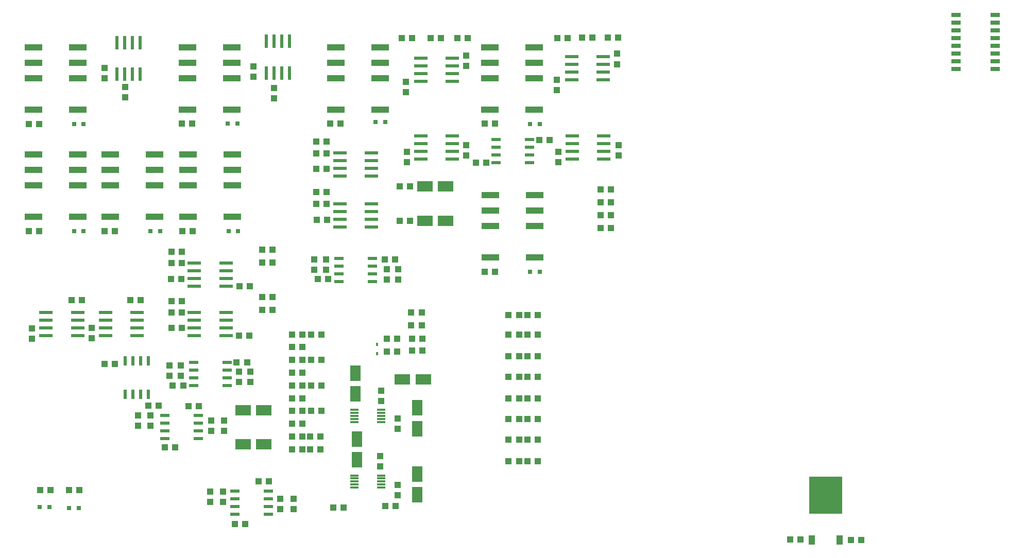
<source format=gbr>
G04 EAGLE Gerber RS-274X export*
G75*
%MOMM*%
%FSLAX34Y34*%
%LPD*%
%INSolderpaste Top*%
%IPPOS*%
%AMOC8*
5,1,8,0,0,1.08239X$1,22.5*%
G01*
%ADD10R,1.000000X1.100000*%
%ADD11R,3.000000X1.110000*%
%ADD12R,2.200000X0.600000*%
%ADD13R,0.600000X2.200000*%
%ADD14R,1.500000X0.600000*%
%ADD15R,1.100000X1.000000*%
%ADD16R,0.600000X1.500000*%
%ADD17R,1.524000X0.635000*%
%ADD18R,0.800000X0.800000*%
%ADD19R,2.500000X1.800000*%
%ADD20R,5.400000X6.200000*%
%ADD21R,1.000000X1.600000*%
%ADD22R,1.400000X0.300000*%
%ADD23R,1.800000X2.500000*%
%ADD24R,0.420000X0.570000*%


D10*
X737000Y805500D03*
X737000Y822500D03*
X638000Y779500D03*
X638000Y762500D03*
D11*
X595450Y733770D03*
X595450Y785560D03*
X595450Y810960D03*
X595450Y836360D03*
X522550Y836360D03*
X522550Y810960D03*
X522550Y785560D03*
X522550Y733770D03*
X98450Y733770D03*
X98450Y785560D03*
X98450Y810960D03*
X98450Y836360D03*
X25550Y836360D03*
X25550Y810960D03*
X25550Y785560D03*
X25550Y733770D03*
D12*
X662000Y805350D03*
X714000Y805350D03*
X662000Y818050D03*
X662000Y792650D03*
X662000Y779950D03*
X714000Y818050D03*
X714000Y792650D03*
X714000Y779950D03*
D11*
X351450Y733770D03*
X351450Y785560D03*
X351450Y810960D03*
X351450Y836360D03*
X278550Y836360D03*
X278550Y810960D03*
X278550Y785560D03*
X278550Y733770D03*
X848450Y733770D03*
X848450Y785560D03*
X848450Y810960D03*
X848450Y836360D03*
X775550Y836360D03*
X775550Y810960D03*
X775550Y785560D03*
X775550Y733770D03*
D12*
X910000Y808350D03*
X962000Y808350D03*
X910000Y821050D03*
X910000Y795650D03*
X910000Y782950D03*
X962000Y821050D03*
X962000Y795650D03*
X962000Y782950D03*
D10*
X985000Y808500D03*
X985000Y825500D03*
X886000Y782500D03*
X886000Y765500D03*
D13*
X433350Y846000D03*
X433350Y794000D03*
X446050Y846000D03*
X420650Y846000D03*
X407950Y846000D03*
X446050Y794000D03*
X420650Y794000D03*
X407950Y794000D03*
D10*
X421000Y769500D03*
X421000Y752500D03*
X387000Y787500D03*
X387000Y804500D03*
D13*
X188350Y844000D03*
X188350Y792000D03*
X201050Y844000D03*
X175650Y844000D03*
X162950Y844000D03*
X201050Y792000D03*
X175650Y792000D03*
X162950Y792000D03*
D10*
X176000Y770500D03*
X176000Y753500D03*
X142000Y785500D03*
X142000Y802500D03*
D14*
X840500Y658650D03*
X785500Y658650D03*
X840500Y645950D03*
X840500Y671350D03*
X840500Y684050D03*
X785500Y645950D03*
X785500Y671350D03*
X785500Y684050D03*
D12*
X911000Y677350D03*
X963000Y677350D03*
X911000Y690050D03*
X911000Y664650D03*
X911000Y651950D03*
X963000Y690050D03*
X963000Y664650D03*
X963000Y651950D03*
X662000Y677350D03*
X714000Y677350D03*
X662000Y690050D03*
X662000Y664650D03*
X662000Y651950D03*
X714000Y690050D03*
X714000Y664650D03*
X714000Y651950D03*
D10*
X888000Y647500D03*
X888000Y664500D03*
X987000Y675500D03*
X987000Y658500D03*
X639000Y647500D03*
X639000Y664500D03*
X737000Y675500D03*
X737000Y658500D03*
D11*
X849450Y490770D03*
X849450Y542560D03*
X849450Y567960D03*
X849450Y593360D03*
X776550Y593360D03*
X776550Y567960D03*
X776550Y542560D03*
X776550Y490770D03*
D12*
X98000Y374650D03*
X46000Y374650D03*
X98000Y361950D03*
X98000Y387350D03*
X98000Y400050D03*
X46000Y361950D03*
X46000Y387350D03*
X46000Y400050D03*
X196000Y374650D03*
X144000Y374650D03*
X196000Y361950D03*
X196000Y387350D03*
X196000Y400050D03*
X144000Y361950D03*
X144000Y387350D03*
X144000Y400050D03*
D15*
X105500Y420000D03*
X88500Y420000D03*
D10*
X121000Y374500D03*
X121000Y357500D03*
D15*
X201500Y420000D03*
X184500Y420000D03*
D10*
X23000Y373500D03*
X23000Y356500D03*
D11*
X98450Y557270D03*
X98450Y609060D03*
X98450Y634460D03*
X98450Y659860D03*
X25550Y659860D03*
X25550Y634460D03*
X25550Y609060D03*
X25550Y557270D03*
X224450Y557270D03*
X224450Y609060D03*
X224450Y634460D03*
X224450Y659860D03*
X151550Y659860D03*
X151550Y634460D03*
X151550Y609060D03*
X151550Y557270D03*
X352450Y557270D03*
X352450Y609060D03*
X352450Y634460D03*
X352450Y659860D03*
X279550Y659860D03*
X279550Y634460D03*
X279550Y609060D03*
X279550Y557270D03*
D16*
X201350Y320500D03*
X201350Y265500D03*
X214050Y320500D03*
X188650Y320500D03*
X175950Y320500D03*
X214050Y265500D03*
X188650Y265500D03*
X175950Y265500D03*
D15*
X769500Y646000D03*
X752500Y646000D03*
X856500Y684000D03*
X873500Y684000D03*
X214500Y247000D03*
X231500Y247000D03*
X159500Y315000D03*
X142500Y315000D03*
D17*
X1606400Y800550D03*
X1606400Y813250D03*
X1606400Y825950D03*
X1606400Y838650D03*
X1606400Y851350D03*
X1606400Y864050D03*
X1606400Y876750D03*
X1606400Y889450D03*
X1541600Y889450D03*
X1541600Y876750D03*
X1541600Y864050D03*
X1541600Y851350D03*
X1541600Y838650D03*
X1541600Y825950D03*
X1541600Y813250D03*
X1541600Y800550D03*
D18*
X588000Y713000D03*
X604000Y713000D03*
X842000Y710000D03*
X858000Y710000D03*
X842000Y467000D03*
X858000Y467000D03*
X92000Y533500D03*
X108000Y533500D03*
X218000Y533500D03*
X234000Y533500D03*
X346000Y533500D03*
X362000Y533500D03*
D10*
X513500Y711000D03*
X530500Y711000D03*
X767500Y711000D03*
X784500Y711000D03*
X767500Y467000D03*
X784500Y467000D03*
X17500Y533500D03*
X34500Y533500D03*
X142500Y533500D03*
X159500Y533500D03*
X270500Y533500D03*
X287500Y533500D03*
D12*
X581000Y636650D03*
X529000Y636650D03*
X581000Y623950D03*
X581000Y649350D03*
X581000Y662050D03*
X529000Y623950D03*
X529000Y649350D03*
X529000Y662050D03*
X581000Y553650D03*
X529000Y553650D03*
X581000Y540950D03*
X581000Y566350D03*
X581000Y579050D03*
X529000Y540950D03*
X529000Y566350D03*
X529000Y579050D03*
D14*
X527500Y476350D03*
X582500Y476350D03*
X527500Y489050D03*
X527500Y463650D03*
X527500Y450950D03*
X582500Y489050D03*
X582500Y463650D03*
X582500Y450950D03*
D15*
X602500Y487000D03*
X619500Y487000D03*
X509500Y455000D03*
X492500Y455000D03*
X506000Y470500D03*
X506000Y487500D03*
D10*
X487000Y470500D03*
X487000Y487500D03*
D15*
X606000Y454500D03*
X606000Y471500D03*
D10*
X625000Y454500D03*
X625000Y471500D03*
X490500Y662000D03*
X507500Y662000D03*
X490500Y579000D03*
X507500Y579000D03*
X644500Y607000D03*
X627500Y607000D03*
D19*
X703000Y607000D03*
X669000Y607000D03*
D10*
X644500Y551000D03*
X627500Y551000D03*
D19*
X703000Y551000D03*
X669000Y551000D03*
D14*
X241500Y218350D03*
X296500Y218350D03*
X241500Y231050D03*
X241500Y205650D03*
X241500Y192950D03*
X296500Y231050D03*
X296500Y205650D03*
X296500Y192950D03*
D15*
X241500Y178000D03*
X258500Y178000D03*
X297500Y246000D03*
X280500Y246000D03*
X318000Y205500D03*
X318000Y222500D03*
X507500Y598000D03*
X490500Y598000D03*
X508500Y552000D03*
X491500Y552000D03*
X507500Y636000D03*
X490500Y636000D03*
X507500Y681000D03*
X490500Y681000D03*
D18*
X92000Y710000D03*
X108000Y710000D03*
D10*
X17500Y710000D03*
X34500Y710000D03*
D18*
X345000Y711000D03*
X361000Y711000D03*
D10*
X269500Y711000D03*
X286500Y711000D03*
D20*
X1328000Y99000D03*
D21*
X1305200Y26000D03*
X1350800Y26000D03*
D10*
X620500Y82000D03*
X603500Y82000D03*
D15*
X1286500Y27000D03*
X1269500Y27000D03*
X1369500Y26000D03*
X1386500Y26000D03*
D18*
X100000Y78000D03*
X84000Y78000D03*
X52000Y80000D03*
X36000Y80000D03*
D10*
X36500Y108000D03*
X53500Y108000D03*
X83500Y108000D03*
X100500Y108000D03*
D15*
X630500Y851000D03*
X647500Y851000D03*
X722500Y851000D03*
X739500Y851000D03*
X678500Y851000D03*
X695500Y851000D03*
X886500Y851000D03*
X903500Y851000D03*
X969500Y852000D03*
X986500Y852000D03*
X927500Y852000D03*
X944500Y852000D03*
D10*
X957500Y581000D03*
X974500Y581000D03*
X974500Y602000D03*
X957500Y602000D03*
X957500Y539000D03*
X974500Y539000D03*
X974500Y560000D03*
X957500Y560000D03*
X854500Y396000D03*
X837500Y396000D03*
X806500Y396000D03*
X823500Y396000D03*
X854500Y364000D03*
X837500Y364000D03*
X806500Y364000D03*
X823500Y364000D03*
X806500Y328000D03*
X823500Y328000D03*
X854500Y328000D03*
X837500Y328000D03*
X854500Y294000D03*
X837500Y294000D03*
X854500Y259000D03*
X837500Y259000D03*
X854500Y225000D03*
X837500Y225000D03*
X854500Y191000D03*
X837500Y191000D03*
X854500Y155000D03*
X837500Y155000D03*
X806500Y294000D03*
X823500Y294000D03*
X806500Y259000D03*
X823500Y259000D03*
X806500Y225000D03*
X823500Y225000D03*
X806500Y191000D03*
X823500Y191000D03*
X806500Y155000D03*
X823500Y155000D03*
D22*
X553000Y240000D03*
X553000Y235000D03*
X553000Y230000D03*
X553000Y225000D03*
X553000Y220000D03*
X597000Y220000D03*
X597000Y225000D03*
X597000Y230000D03*
X597000Y235000D03*
X597000Y240000D03*
X553000Y132000D03*
X553000Y127000D03*
X553000Y122000D03*
X553000Y117000D03*
X553000Y112000D03*
X597000Y112000D03*
X597000Y117000D03*
X597000Y122000D03*
X597000Y127000D03*
X597000Y132000D03*
D10*
X597000Y254500D03*
X597000Y271500D03*
X624000Y225500D03*
X624000Y208500D03*
X624000Y116500D03*
X624000Y99500D03*
D23*
X555000Y266000D03*
X555000Y300000D03*
X656000Y243000D03*
X656000Y209000D03*
X656000Y134000D03*
X656000Y100000D03*
D12*
X342000Y455650D03*
X290000Y455650D03*
X342000Y442950D03*
X342000Y468350D03*
X342000Y481050D03*
X290000Y442950D03*
X290000Y468350D03*
X290000Y481050D03*
X342000Y374650D03*
X290000Y374650D03*
X342000Y361950D03*
X342000Y387350D03*
X342000Y400050D03*
X290000Y361950D03*
X290000Y387350D03*
X290000Y400050D03*
D14*
X288500Y305350D03*
X343500Y305350D03*
X288500Y318050D03*
X288500Y292650D03*
X288500Y279950D03*
X343500Y318050D03*
X343500Y292650D03*
X343500Y279950D03*
D15*
X359500Y318000D03*
X376500Y318000D03*
X271500Y280000D03*
X254500Y280000D03*
X268000Y295500D03*
X268000Y312500D03*
D10*
X249000Y295500D03*
X249000Y312500D03*
D15*
X363000Y285500D03*
X363000Y302500D03*
D10*
X382000Y285500D03*
X382000Y302500D03*
X252500Y481000D03*
X269500Y481000D03*
X252500Y400000D03*
X269500Y400000D03*
X381500Y443000D03*
X364500Y443000D03*
X380500Y362000D03*
X363500Y362000D03*
D15*
X269500Y419000D03*
X252500Y419000D03*
X269500Y375000D03*
X252500Y375000D03*
X268500Y455000D03*
X251500Y455000D03*
X269500Y500000D03*
X252500Y500000D03*
D10*
X481500Y364000D03*
X498500Y364000D03*
X450500Y343000D03*
X467500Y343000D03*
X450500Y364000D03*
X467500Y364000D03*
X481500Y322000D03*
X498500Y322000D03*
X450500Y301000D03*
X467500Y301000D03*
X450500Y322000D03*
X467500Y322000D03*
X481500Y280000D03*
X498500Y280000D03*
X450500Y259000D03*
X467500Y259000D03*
X450500Y280000D03*
X467500Y280000D03*
X481500Y238000D03*
X498500Y238000D03*
X450500Y217000D03*
X467500Y217000D03*
X450500Y238000D03*
X467500Y238000D03*
D19*
X404000Y239000D03*
X370000Y239000D03*
X404000Y183000D03*
X370000Y183000D03*
D15*
X339000Y222500D03*
X339000Y205500D03*
X218000Y213500D03*
X218000Y230500D03*
X197000Y230500D03*
X197000Y213500D03*
D14*
X356500Y93350D03*
X411500Y93350D03*
X356500Y106050D03*
X356500Y80650D03*
X356500Y67950D03*
X411500Y106050D03*
X411500Y80650D03*
X411500Y67950D03*
D15*
X412500Y122000D03*
X395500Y122000D03*
X356500Y52000D03*
X373500Y52000D03*
X647500Y337000D03*
X664500Y337000D03*
D19*
X632000Y290000D03*
X666000Y290000D03*
D10*
X606500Y357000D03*
X623500Y357000D03*
X623500Y336000D03*
X606500Y336000D03*
X664500Y357000D03*
X647500Y357000D03*
X663500Y400000D03*
X646500Y400000D03*
X646500Y379000D03*
X663500Y379000D03*
D15*
X316000Y105500D03*
X316000Y88500D03*
X453000Y93500D03*
X453000Y76500D03*
X337000Y88500D03*
X337000Y105500D03*
X431000Y76500D03*
X431000Y93500D03*
D10*
X418500Y503000D03*
X401500Y503000D03*
X401500Y482000D03*
X418500Y482000D03*
X418500Y425000D03*
X401500Y425000D03*
X401500Y404000D03*
X418500Y404000D03*
X497500Y196000D03*
X480500Y196000D03*
X450500Y175000D03*
X467500Y175000D03*
X497500Y175000D03*
X480500Y175000D03*
X450500Y196000D03*
X467500Y196000D03*
X595000Y146500D03*
X595000Y163500D03*
D23*
X557000Y158000D03*
X557000Y192000D03*
D24*
X590000Y347750D03*
X590000Y332250D03*
D10*
X518500Y79000D03*
X535500Y79000D03*
M02*

</source>
